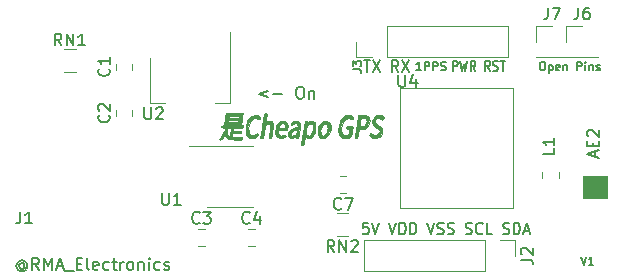
<source format=gbr>
G04 #@! TF.GenerationSoftware,KiCad,Pcbnew,5.1.5*
G04 #@! TF.CreationDate,2020-01-06T16:37:44-06:00*
G04 #@! TF.ProjectId,ATGM336H,4154474d-3333-4364-982e-6b696361645f,rev?*
G04 #@! TF.SameCoordinates,Original*
G04 #@! TF.FileFunction,Legend,Top*
G04 #@! TF.FilePolarity,Positive*
%FSLAX46Y46*%
G04 Gerber Fmt 4.6, Leading zero omitted, Abs format (unit mm)*
G04 Created by KiCad (PCBNEW 5.1.5) date 2020-01-06 16:37:44*
%MOMM*%
%LPD*%
G04 APERTURE LIST*
%ADD10C,0.150000*%
%ADD11C,0.010000*%
%ADD12C,0.120000*%
%ADD13C,0.100000*%
G04 APERTURE END LIST*
D10*
X154183333Y-74116666D02*
X154416666Y-74816666D01*
X154650000Y-74116666D01*
X155250000Y-74816666D02*
X154850000Y-74816666D01*
X155050000Y-74816666D02*
X155050000Y-74116666D01*
X154983333Y-74216666D01*
X154916666Y-74283333D01*
X154850000Y-74316666D01*
X107059523Y-74726190D02*
X107011904Y-74678571D01*
X106916666Y-74630952D01*
X106821428Y-74630952D01*
X106726190Y-74678571D01*
X106678571Y-74726190D01*
X106630952Y-74821428D01*
X106630952Y-74916666D01*
X106678571Y-75011904D01*
X106726190Y-75059523D01*
X106821428Y-75107142D01*
X106916666Y-75107142D01*
X107011904Y-75059523D01*
X107059523Y-75011904D01*
X107059523Y-74630952D02*
X107059523Y-75011904D01*
X107107142Y-75059523D01*
X107154761Y-75059523D01*
X107250000Y-75011904D01*
X107297619Y-74916666D01*
X107297619Y-74678571D01*
X107202380Y-74535714D01*
X107059523Y-74440476D01*
X106869047Y-74392857D01*
X106678571Y-74440476D01*
X106535714Y-74535714D01*
X106440476Y-74678571D01*
X106392857Y-74869047D01*
X106440476Y-75059523D01*
X106535714Y-75202380D01*
X106678571Y-75297619D01*
X106869047Y-75345238D01*
X107059523Y-75297619D01*
X107202380Y-75202380D01*
X108297619Y-75202380D02*
X107964285Y-74726190D01*
X107726190Y-75202380D02*
X107726190Y-74202380D01*
X108107142Y-74202380D01*
X108202380Y-74250000D01*
X108250000Y-74297619D01*
X108297619Y-74392857D01*
X108297619Y-74535714D01*
X108250000Y-74630952D01*
X108202380Y-74678571D01*
X108107142Y-74726190D01*
X107726190Y-74726190D01*
X108726190Y-75202380D02*
X108726190Y-74202380D01*
X109059523Y-74916666D01*
X109392857Y-74202380D01*
X109392857Y-75202380D01*
X109821428Y-74916666D02*
X110297619Y-74916666D01*
X109726190Y-75202380D02*
X110059523Y-74202380D01*
X110392857Y-75202380D01*
X110488095Y-75297619D02*
X111250000Y-75297619D01*
X111488095Y-74678571D02*
X111821428Y-74678571D01*
X111964285Y-75202380D02*
X111488095Y-75202380D01*
X111488095Y-74202380D01*
X111964285Y-74202380D01*
X112535714Y-75202380D02*
X112440476Y-75154761D01*
X112392857Y-75059523D01*
X112392857Y-74202380D01*
X113297619Y-75154761D02*
X113202380Y-75202380D01*
X113011904Y-75202380D01*
X112916666Y-75154761D01*
X112869047Y-75059523D01*
X112869047Y-74678571D01*
X112916666Y-74583333D01*
X113011904Y-74535714D01*
X113202380Y-74535714D01*
X113297619Y-74583333D01*
X113345238Y-74678571D01*
X113345238Y-74773809D01*
X112869047Y-74869047D01*
X114202380Y-75154761D02*
X114107142Y-75202380D01*
X113916666Y-75202380D01*
X113821428Y-75154761D01*
X113773809Y-75107142D01*
X113726190Y-75011904D01*
X113726190Y-74726190D01*
X113773809Y-74630952D01*
X113821428Y-74583333D01*
X113916666Y-74535714D01*
X114107142Y-74535714D01*
X114202380Y-74583333D01*
X114488095Y-74535714D02*
X114869047Y-74535714D01*
X114630952Y-74202380D02*
X114630952Y-75059523D01*
X114678571Y-75154761D01*
X114773809Y-75202380D01*
X114869047Y-75202380D01*
X115202380Y-75202380D02*
X115202380Y-74535714D01*
X115202380Y-74726190D02*
X115250000Y-74630952D01*
X115297619Y-74583333D01*
X115392857Y-74535714D01*
X115488095Y-74535714D01*
X115964285Y-75202380D02*
X115869047Y-75154761D01*
X115821428Y-75107142D01*
X115773809Y-75011904D01*
X115773809Y-74726190D01*
X115821428Y-74630952D01*
X115869047Y-74583333D01*
X115964285Y-74535714D01*
X116107142Y-74535714D01*
X116202380Y-74583333D01*
X116250000Y-74630952D01*
X116297619Y-74726190D01*
X116297619Y-75011904D01*
X116250000Y-75107142D01*
X116202380Y-75154761D01*
X116107142Y-75202380D01*
X115964285Y-75202380D01*
X116726190Y-74535714D02*
X116726190Y-75202380D01*
X116726190Y-74630952D02*
X116773809Y-74583333D01*
X116869047Y-74535714D01*
X117011904Y-74535714D01*
X117107142Y-74583333D01*
X117154761Y-74678571D01*
X117154761Y-75202380D01*
X117630952Y-75202380D02*
X117630952Y-74535714D01*
X117630952Y-74202380D02*
X117583333Y-74250000D01*
X117630952Y-74297619D01*
X117678571Y-74250000D01*
X117630952Y-74202380D01*
X117630952Y-74297619D01*
X118535714Y-75154761D02*
X118440476Y-75202380D01*
X118250000Y-75202380D01*
X118154761Y-75154761D01*
X118107142Y-75107142D01*
X118059523Y-75011904D01*
X118059523Y-74726190D01*
X118107142Y-74630952D01*
X118154761Y-74583333D01*
X118250000Y-74535714D01*
X118440476Y-74535714D01*
X118535714Y-74583333D01*
X118916666Y-75154761D02*
X119011904Y-75202380D01*
X119202380Y-75202380D01*
X119297619Y-75154761D01*
X119345238Y-75059523D01*
X119345238Y-75011904D01*
X119297619Y-74916666D01*
X119202380Y-74869047D01*
X119059523Y-74869047D01*
X118964285Y-74821428D01*
X118916666Y-74726190D01*
X118916666Y-74678571D01*
X118964285Y-74583333D01*
X119059523Y-74535714D01*
X119202380Y-74535714D01*
X119297619Y-74583333D01*
X150866666Y-57616666D02*
X151000000Y-57616666D01*
X151066666Y-57650000D01*
X151133333Y-57716666D01*
X151166666Y-57850000D01*
X151166666Y-58083333D01*
X151133333Y-58216666D01*
X151066666Y-58283333D01*
X151000000Y-58316666D01*
X150866666Y-58316666D01*
X150800000Y-58283333D01*
X150733333Y-58216666D01*
X150700000Y-58083333D01*
X150700000Y-57850000D01*
X150733333Y-57716666D01*
X150800000Y-57650000D01*
X150866666Y-57616666D01*
X151466666Y-57850000D02*
X151466666Y-58550000D01*
X151466666Y-57883333D02*
X151533333Y-57850000D01*
X151666666Y-57850000D01*
X151733333Y-57883333D01*
X151766666Y-57916666D01*
X151800000Y-57983333D01*
X151800000Y-58183333D01*
X151766666Y-58250000D01*
X151733333Y-58283333D01*
X151666666Y-58316666D01*
X151533333Y-58316666D01*
X151466666Y-58283333D01*
X152366666Y-58283333D02*
X152300000Y-58316666D01*
X152166666Y-58316666D01*
X152100000Y-58283333D01*
X152066666Y-58216666D01*
X152066666Y-57950000D01*
X152100000Y-57883333D01*
X152166666Y-57850000D01*
X152300000Y-57850000D01*
X152366666Y-57883333D01*
X152400000Y-57950000D01*
X152400000Y-58016666D01*
X152066666Y-58083333D01*
X152700000Y-57850000D02*
X152700000Y-58316666D01*
X152700000Y-57916666D02*
X152733333Y-57883333D01*
X152800000Y-57850000D01*
X152900000Y-57850000D01*
X152966666Y-57883333D01*
X153000000Y-57950000D01*
X153000000Y-58316666D01*
X153866666Y-58316666D02*
X153866666Y-57616666D01*
X154133333Y-57616666D01*
X154200000Y-57650000D01*
X154233333Y-57683333D01*
X154266666Y-57750000D01*
X154266666Y-57850000D01*
X154233333Y-57916666D01*
X154200000Y-57950000D01*
X154133333Y-57983333D01*
X153866666Y-57983333D01*
X154566666Y-58316666D02*
X154566666Y-57850000D01*
X154566666Y-57616666D02*
X154533333Y-57650000D01*
X154566666Y-57683333D01*
X154600000Y-57650000D01*
X154566666Y-57616666D01*
X154566666Y-57683333D01*
X154900000Y-57850000D02*
X154900000Y-58316666D01*
X154900000Y-57916666D02*
X154933333Y-57883333D01*
X155000000Y-57850000D01*
X155100000Y-57850000D01*
X155166666Y-57883333D01*
X155200000Y-57950000D01*
X155200000Y-58316666D01*
X155500000Y-58283333D02*
X155566666Y-58316666D01*
X155700000Y-58316666D01*
X155766666Y-58283333D01*
X155800000Y-58216666D01*
X155800000Y-58183333D01*
X155766666Y-58116666D01*
X155700000Y-58083333D01*
X155600000Y-58083333D01*
X155533333Y-58050000D01*
X155500000Y-57983333D01*
X155500000Y-57950000D01*
X155533333Y-57883333D01*
X155600000Y-57850000D01*
X155700000Y-57850000D01*
X155766666Y-57883333D01*
X143350000Y-58407142D02*
X143350000Y-57507142D01*
X143616666Y-57507142D01*
X143683333Y-57550000D01*
X143716666Y-57592857D01*
X143750000Y-57678571D01*
X143750000Y-57807142D01*
X143716666Y-57892857D01*
X143683333Y-57935714D01*
X143616666Y-57978571D01*
X143350000Y-57978571D01*
X143983333Y-57507142D02*
X144150000Y-58407142D01*
X144283333Y-57764285D01*
X144416666Y-58407142D01*
X144583333Y-57507142D01*
X145250000Y-58407142D02*
X145016666Y-57978571D01*
X144850000Y-58407142D02*
X144850000Y-57507142D01*
X145116666Y-57507142D01*
X145183333Y-57550000D01*
X145216666Y-57592857D01*
X145250000Y-57678571D01*
X145250000Y-57807142D01*
X145216666Y-57892857D01*
X145183333Y-57935714D01*
X145116666Y-57978571D01*
X144850000Y-57978571D01*
X146483333Y-58407142D02*
X146250000Y-57978571D01*
X146083333Y-58407142D02*
X146083333Y-57507142D01*
X146350000Y-57507142D01*
X146416666Y-57550000D01*
X146450000Y-57592857D01*
X146483333Y-57678571D01*
X146483333Y-57807142D01*
X146450000Y-57892857D01*
X146416666Y-57935714D01*
X146350000Y-57978571D01*
X146083333Y-57978571D01*
X146750000Y-58364285D02*
X146850000Y-58407142D01*
X147016666Y-58407142D01*
X147083333Y-58364285D01*
X147116666Y-58321428D01*
X147150000Y-58235714D01*
X147150000Y-58150000D01*
X147116666Y-58064285D01*
X147083333Y-58021428D01*
X147016666Y-57978571D01*
X146883333Y-57935714D01*
X146816666Y-57892857D01*
X146783333Y-57850000D01*
X146750000Y-57764285D01*
X146750000Y-57678571D01*
X146783333Y-57592857D01*
X146816666Y-57550000D01*
X146883333Y-57507142D01*
X147050000Y-57507142D01*
X147150000Y-57550000D01*
X147350000Y-57507142D02*
X147750000Y-57507142D01*
X147550000Y-58407142D02*
X147550000Y-57507142D01*
X140666666Y-58316666D02*
X140266666Y-58316666D01*
X140466666Y-58316666D02*
X140466666Y-57616666D01*
X140400000Y-57716666D01*
X140333333Y-57783333D01*
X140266666Y-57816666D01*
X140966666Y-58316666D02*
X140966666Y-57616666D01*
X141233333Y-57616666D01*
X141300000Y-57650000D01*
X141333333Y-57683333D01*
X141366666Y-57750000D01*
X141366666Y-57850000D01*
X141333333Y-57916666D01*
X141300000Y-57950000D01*
X141233333Y-57983333D01*
X140966666Y-57983333D01*
X141666666Y-58316666D02*
X141666666Y-57616666D01*
X141933333Y-57616666D01*
X142000000Y-57650000D01*
X142033333Y-57683333D01*
X142066666Y-57750000D01*
X142066666Y-57850000D01*
X142033333Y-57916666D01*
X142000000Y-57950000D01*
X141933333Y-57983333D01*
X141666666Y-57983333D01*
X142333333Y-58283333D02*
X142433333Y-58316666D01*
X142600000Y-58316666D01*
X142666666Y-58283333D01*
X142700000Y-58250000D01*
X142733333Y-58183333D01*
X142733333Y-58116666D01*
X142700000Y-58050000D01*
X142666666Y-58016666D01*
X142600000Y-57983333D01*
X142466666Y-57950000D01*
X142400000Y-57916666D01*
X142366666Y-57883333D01*
X142333333Y-57816666D01*
X142333333Y-57750000D01*
X142366666Y-57683333D01*
X142400000Y-57650000D01*
X142466666Y-57616666D01*
X142633333Y-57616666D01*
X142733333Y-57650000D01*
X135842857Y-57452380D02*
X136357142Y-57452380D01*
X136100000Y-58452380D02*
X136100000Y-57452380D01*
X136571428Y-57452380D02*
X137171428Y-58452380D01*
X137171428Y-57452380D02*
X136571428Y-58452380D01*
X138714285Y-58452380D02*
X138414285Y-57976190D01*
X138200000Y-58452380D02*
X138200000Y-57452380D01*
X138542857Y-57452380D01*
X138628571Y-57500000D01*
X138671428Y-57547619D01*
X138714285Y-57642857D01*
X138714285Y-57785714D01*
X138671428Y-57880952D01*
X138628571Y-57928571D01*
X138542857Y-57976190D01*
X138200000Y-57976190D01*
X139014285Y-57452380D02*
X139614285Y-58452380D01*
X139614285Y-57452380D02*
X139014285Y-58452380D01*
X136171428Y-71202380D02*
X135742857Y-71202380D01*
X135700000Y-71678571D01*
X135742857Y-71630952D01*
X135828571Y-71583333D01*
X136042857Y-71583333D01*
X136128571Y-71630952D01*
X136171428Y-71678571D01*
X136214285Y-71773809D01*
X136214285Y-72011904D01*
X136171428Y-72107142D01*
X136128571Y-72154761D01*
X136042857Y-72202380D01*
X135828571Y-72202380D01*
X135742857Y-72154761D01*
X135700000Y-72107142D01*
X136471428Y-71202380D02*
X136771428Y-72202380D01*
X137071428Y-71202380D01*
X137928571Y-71202380D02*
X138228571Y-72202380D01*
X138528571Y-71202380D01*
X138828571Y-72202380D02*
X138828571Y-71202380D01*
X139042857Y-71202380D01*
X139171428Y-71250000D01*
X139257142Y-71345238D01*
X139300000Y-71440476D01*
X139342857Y-71630952D01*
X139342857Y-71773809D01*
X139300000Y-71964285D01*
X139257142Y-72059523D01*
X139171428Y-72154761D01*
X139042857Y-72202380D01*
X138828571Y-72202380D01*
X139728571Y-72202380D02*
X139728571Y-71202380D01*
X139942857Y-71202380D01*
X140071428Y-71250000D01*
X140157142Y-71345238D01*
X140200000Y-71440476D01*
X140242857Y-71630952D01*
X140242857Y-71773809D01*
X140200000Y-71964285D01*
X140157142Y-72059523D01*
X140071428Y-72154761D01*
X139942857Y-72202380D01*
X139728571Y-72202380D01*
X141185714Y-71202380D02*
X141485714Y-72202380D01*
X141785714Y-71202380D01*
X142042857Y-72154761D02*
X142171428Y-72202380D01*
X142385714Y-72202380D01*
X142471428Y-72154761D01*
X142514285Y-72107142D01*
X142557142Y-72011904D01*
X142557142Y-71916666D01*
X142514285Y-71821428D01*
X142471428Y-71773809D01*
X142385714Y-71726190D01*
X142214285Y-71678571D01*
X142128571Y-71630952D01*
X142085714Y-71583333D01*
X142042857Y-71488095D01*
X142042857Y-71392857D01*
X142085714Y-71297619D01*
X142128571Y-71250000D01*
X142214285Y-71202380D01*
X142428571Y-71202380D01*
X142557142Y-71250000D01*
X142900000Y-72154761D02*
X143028571Y-72202380D01*
X143242857Y-72202380D01*
X143328571Y-72154761D01*
X143371428Y-72107142D01*
X143414285Y-72011904D01*
X143414285Y-71916666D01*
X143371428Y-71821428D01*
X143328571Y-71773809D01*
X143242857Y-71726190D01*
X143071428Y-71678571D01*
X142985714Y-71630952D01*
X142942857Y-71583333D01*
X142900000Y-71488095D01*
X142900000Y-71392857D01*
X142942857Y-71297619D01*
X142985714Y-71250000D01*
X143071428Y-71202380D01*
X143285714Y-71202380D01*
X143414285Y-71250000D01*
X144442857Y-72154761D02*
X144571428Y-72202380D01*
X144785714Y-72202380D01*
X144871428Y-72154761D01*
X144914285Y-72107142D01*
X144957142Y-72011904D01*
X144957142Y-71916666D01*
X144914285Y-71821428D01*
X144871428Y-71773809D01*
X144785714Y-71726190D01*
X144614285Y-71678571D01*
X144528571Y-71630952D01*
X144485714Y-71583333D01*
X144442857Y-71488095D01*
X144442857Y-71392857D01*
X144485714Y-71297619D01*
X144528571Y-71250000D01*
X144614285Y-71202380D01*
X144828571Y-71202380D01*
X144957142Y-71250000D01*
X145857142Y-72107142D02*
X145814285Y-72154761D01*
X145685714Y-72202380D01*
X145600000Y-72202380D01*
X145471428Y-72154761D01*
X145385714Y-72059523D01*
X145342857Y-71964285D01*
X145300000Y-71773809D01*
X145300000Y-71630952D01*
X145342857Y-71440476D01*
X145385714Y-71345238D01*
X145471428Y-71250000D01*
X145600000Y-71202380D01*
X145685714Y-71202380D01*
X145814285Y-71250000D01*
X145857142Y-71297619D01*
X146671428Y-72202380D02*
X146242857Y-72202380D01*
X146242857Y-71202380D01*
X147614285Y-72154761D02*
X147742857Y-72202380D01*
X147957142Y-72202380D01*
X148042857Y-72154761D01*
X148085714Y-72107142D01*
X148128571Y-72011904D01*
X148128571Y-71916666D01*
X148085714Y-71821428D01*
X148042857Y-71773809D01*
X147957142Y-71726190D01*
X147785714Y-71678571D01*
X147700000Y-71630952D01*
X147657142Y-71583333D01*
X147614285Y-71488095D01*
X147614285Y-71392857D01*
X147657142Y-71297619D01*
X147700000Y-71250000D01*
X147785714Y-71202380D01*
X148000000Y-71202380D01*
X148128571Y-71250000D01*
X148514285Y-72202380D02*
X148514285Y-71202380D01*
X148728571Y-71202380D01*
X148857142Y-71250000D01*
X148942857Y-71345238D01*
X148985714Y-71440476D01*
X149028571Y-71630952D01*
X149028571Y-71773809D01*
X148985714Y-71964285D01*
X148942857Y-72059523D01*
X148857142Y-72154761D01*
X148728571Y-72202380D01*
X148514285Y-72202380D01*
X149371428Y-71916666D02*
X149800000Y-71916666D01*
X149285714Y-72202380D02*
X149585714Y-71202380D01*
X149885714Y-72202380D01*
D11*
G36*
X125526671Y-62116542D02*
G01*
X125503773Y-62261180D01*
X125474675Y-62441441D01*
X125454929Y-62562084D01*
X125411308Y-62826667D01*
X123996522Y-62826667D01*
X124035442Y-62572667D01*
X124234666Y-62572667D01*
X124239650Y-62608407D01*
X124263956Y-62632375D01*
X124321615Y-62646910D01*
X124426656Y-62654350D01*
X124593111Y-62657033D01*
X124742666Y-62657334D01*
X124957107Y-62656503D01*
X125100917Y-62652452D01*
X125188125Y-62642842D01*
X125232763Y-62625335D01*
X125248861Y-62597593D01*
X125250666Y-62572667D01*
X125245682Y-62536927D01*
X125221376Y-62512958D01*
X125163718Y-62498424D01*
X125058676Y-62490984D01*
X124892222Y-62488301D01*
X124742666Y-62488000D01*
X124528225Y-62488831D01*
X124384416Y-62492882D01*
X124297207Y-62502492D01*
X124252569Y-62519998D01*
X124236471Y-62547741D01*
X124234666Y-62572667D01*
X124035442Y-62572667D01*
X124063011Y-62392750D01*
X124087336Y-62234000D01*
X124277000Y-62234000D01*
X124281984Y-62269740D01*
X124306290Y-62293709D01*
X124363948Y-62308243D01*
X124468989Y-62315683D01*
X124635444Y-62318366D01*
X124785000Y-62318667D01*
X124981115Y-62317287D01*
X125142056Y-62313526D01*
X125251462Y-62307955D01*
X125292973Y-62301144D01*
X125293000Y-62300963D01*
X125306169Y-62251200D01*
X125318695Y-62216296D01*
X125320510Y-62188443D01*
X125292407Y-62169481D01*
X125221882Y-62157764D01*
X125096433Y-62151642D01*
X124903555Y-62149468D01*
X124810695Y-62149334D01*
X124589998Y-62150093D01*
X124440267Y-62153819D01*
X124347806Y-62162686D01*
X124298917Y-62178865D01*
X124279904Y-62204530D01*
X124277000Y-62234000D01*
X124087336Y-62234000D01*
X124129500Y-61958834D01*
X124842146Y-61947209D01*
X125554793Y-61935584D01*
X125526671Y-62116542D01*
G37*
X125526671Y-62116542D02*
X125503773Y-62261180D01*
X125474675Y-62441441D01*
X125454929Y-62562084D01*
X125411308Y-62826667D01*
X123996522Y-62826667D01*
X124035442Y-62572667D01*
X124234666Y-62572667D01*
X124239650Y-62608407D01*
X124263956Y-62632375D01*
X124321615Y-62646910D01*
X124426656Y-62654350D01*
X124593111Y-62657033D01*
X124742666Y-62657334D01*
X124957107Y-62656503D01*
X125100917Y-62652452D01*
X125188125Y-62642842D01*
X125232763Y-62625335D01*
X125248861Y-62597593D01*
X125250666Y-62572667D01*
X125245682Y-62536927D01*
X125221376Y-62512958D01*
X125163718Y-62498424D01*
X125058676Y-62490984D01*
X124892222Y-62488301D01*
X124742666Y-62488000D01*
X124528225Y-62488831D01*
X124384416Y-62492882D01*
X124297207Y-62502492D01*
X124252569Y-62519998D01*
X124236471Y-62547741D01*
X124234666Y-62572667D01*
X124035442Y-62572667D01*
X124063011Y-62392750D01*
X124087336Y-62234000D01*
X124277000Y-62234000D01*
X124281984Y-62269740D01*
X124306290Y-62293709D01*
X124363948Y-62308243D01*
X124468989Y-62315683D01*
X124635444Y-62318366D01*
X124785000Y-62318667D01*
X124981115Y-62317287D01*
X125142056Y-62313526D01*
X125251462Y-62307955D01*
X125292973Y-62301144D01*
X125293000Y-62300963D01*
X125306169Y-62251200D01*
X125318695Y-62216296D01*
X125320510Y-62188443D01*
X125292407Y-62169481D01*
X125221882Y-62157764D01*
X125096433Y-62151642D01*
X124903555Y-62149468D01*
X124810695Y-62149334D01*
X124589998Y-62150093D01*
X124440267Y-62153819D01*
X124347806Y-62162686D01*
X124298917Y-62178865D01*
X124279904Y-62204530D01*
X124277000Y-62234000D01*
X124087336Y-62234000D01*
X124129500Y-61958834D01*
X124842146Y-61947209D01*
X125554793Y-61935584D01*
X125526671Y-62116542D01*
G36*
X137289353Y-62121029D02*
G01*
X137431895Y-62219381D01*
X137538664Y-62326150D01*
X137367359Y-62497455D01*
X137239084Y-62402617D01*
X137096820Y-62338789D01*
X136959032Y-62345032D01*
X136845738Y-62412227D01*
X136776952Y-62531257D01*
X136765333Y-62618426D01*
X136782393Y-62710144D01*
X136845613Y-62789526D01*
X136938273Y-62858819D01*
X137125201Y-62988340D01*
X137250790Y-63089446D01*
X137326671Y-63176663D01*
X137364474Y-63264519D01*
X137375829Y-63367542D01*
X137375789Y-63405334D01*
X137337909Y-63647338D01*
X137237709Y-63839680D01*
X137082254Y-63974854D01*
X136878607Y-64045354D01*
X136765333Y-64054017D01*
X136574050Y-64027038D01*
X136435828Y-63969266D01*
X136312426Y-63873992D01*
X136269824Y-63784101D01*
X136305140Y-63692122D01*
X136321357Y-63672755D01*
X136373200Y-63622554D01*
X136417771Y-63619311D01*
X136485519Y-63666505D01*
X136520239Y-63695498D01*
X136684337Y-63792147D01*
X136844843Y-63808452D01*
X136992007Y-63744516D01*
X137051083Y-63689814D01*
X137131038Y-63568368D01*
X137140195Y-63453390D01*
X137075372Y-63337823D01*
X136933386Y-63214606D01*
X136797051Y-63126376D01*
X136634900Y-63005941D01*
X136544157Y-62872930D01*
X136511923Y-62706979D01*
X136511333Y-62675341D01*
X136545943Y-62477222D01*
X136639375Y-62311096D01*
X136776030Y-62184687D01*
X136940310Y-62105723D01*
X137116617Y-62081928D01*
X137289353Y-62121029D01*
G37*
X137289353Y-62121029D02*
X137431895Y-62219381D01*
X137538664Y-62326150D01*
X137367359Y-62497455D01*
X137239084Y-62402617D01*
X137096820Y-62338789D01*
X136959032Y-62345032D01*
X136845738Y-62412227D01*
X136776952Y-62531257D01*
X136765333Y-62618426D01*
X136782393Y-62710144D01*
X136845613Y-62789526D01*
X136938273Y-62858819D01*
X137125201Y-62988340D01*
X137250790Y-63089446D01*
X137326671Y-63176663D01*
X137364474Y-63264519D01*
X137375829Y-63367542D01*
X137375789Y-63405334D01*
X137337909Y-63647338D01*
X137237709Y-63839680D01*
X137082254Y-63974854D01*
X136878607Y-64045354D01*
X136765333Y-64054017D01*
X136574050Y-64027038D01*
X136435828Y-63969266D01*
X136312426Y-63873992D01*
X136269824Y-63784101D01*
X136305140Y-63692122D01*
X136321357Y-63672755D01*
X136373200Y-63622554D01*
X136417771Y-63619311D01*
X136485519Y-63666505D01*
X136520239Y-63695498D01*
X136684337Y-63792147D01*
X136844843Y-63808452D01*
X136992007Y-63744516D01*
X137051083Y-63689814D01*
X137131038Y-63568368D01*
X137140195Y-63453390D01*
X137075372Y-63337823D01*
X136933386Y-63214606D01*
X136797051Y-63126376D01*
X136634900Y-63005941D01*
X136544157Y-62872930D01*
X136511923Y-62706979D01*
X136511333Y-62675341D01*
X136545943Y-62477222D01*
X136639375Y-62311096D01*
X136776030Y-62184687D01*
X136940310Y-62105723D01*
X137116617Y-62081928D01*
X137289353Y-62121029D01*
G36*
X135897028Y-62124496D02*
G01*
X136091758Y-62179347D01*
X136219763Y-62275096D01*
X136286494Y-62415288D01*
X136299666Y-62542400D01*
X136263832Y-62799978D01*
X136161323Y-63011348D01*
X135999632Y-63168852D01*
X135786252Y-63264833D01*
X135565893Y-63292334D01*
X135379734Y-63292334D01*
X135321117Y-63662750D01*
X135291896Y-63839571D01*
X135267262Y-63949531D01*
X135239268Y-64009505D01*
X135199967Y-64036366D01*
X135141416Y-64046989D01*
X135140114Y-64047138D01*
X135055094Y-64049353D01*
X135031370Y-64012303D01*
X135041299Y-63941305D01*
X135055037Y-63863786D01*
X135079611Y-63717418D01*
X135112595Y-63516974D01*
X135151560Y-63277227D01*
X135189994Y-63038334D01*
X135421597Y-63038334D01*
X135629820Y-63038334D01*
X135773877Y-63028488D01*
X135870104Y-62990740D01*
X135937223Y-62931315D01*
X136028032Y-62784017D01*
X136058767Y-62619483D01*
X136026871Y-62476406D01*
X135980400Y-62417012D01*
X135899909Y-62384730D01*
X135761206Y-62369452D01*
X135632856Y-62364440D01*
X135565159Y-62377059D01*
X135534261Y-62419757D01*
X135517804Y-62496452D01*
X135494762Y-62627121D01*
X135466618Y-62785777D01*
X135457452Y-62837250D01*
X135421597Y-63038334D01*
X135189994Y-63038334D01*
X135194078Y-63012950D01*
X135201868Y-62964250D01*
X135338864Y-62107000D01*
X135630125Y-62107000D01*
X135897028Y-62124496D01*
G37*
X135897028Y-62124496D02*
X136091758Y-62179347D01*
X136219763Y-62275096D01*
X136286494Y-62415288D01*
X136299666Y-62542400D01*
X136263832Y-62799978D01*
X136161323Y-63011348D01*
X135999632Y-63168852D01*
X135786252Y-63264833D01*
X135565893Y-63292334D01*
X135379734Y-63292334D01*
X135321117Y-63662750D01*
X135291896Y-63839571D01*
X135267262Y-63949531D01*
X135239268Y-64009505D01*
X135199967Y-64036366D01*
X135141416Y-64046989D01*
X135140114Y-64047138D01*
X135055094Y-64049353D01*
X135031370Y-64012303D01*
X135041299Y-63941305D01*
X135055037Y-63863786D01*
X135079611Y-63717418D01*
X135112595Y-63516974D01*
X135151560Y-63277227D01*
X135189994Y-63038334D01*
X135421597Y-63038334D01*
X135629820Y-63038334D01*
X135773877Y-63028488D01*
X135870104Y-62990740D01*
X135937223Y-62931315D01*
X136028032Y-62784017D01*
X136058767Y-62619483D01*
X136026871Y-62476406D01*
X135980400Y-62417012D01*
X135899909Y-62384730D01*
X135761206Y-62369452D01*
X135632856Y-62364440D01*
X135565159Y-62377059D01*
X135534261Y-62419757D01*
X135517804Y-62496452D01*
X135494762Y-62627121D01*
X135466618Y-62785777D01*
X135457452Y-62837250D01*
X135421597Y-63038334D01*
X135189994Y-63038334D01*
X135194078Y-63012950D01*
X135201868Y-62964250D01*
X135338864Y-62107000D01*
X135630125Y-62107000D01*
X135897028Y-62124496D01*
G36*
X134733274Y-62119271D02*
G01*
X134845446Y-62186377D01*
X134916060Y-62271471D01*
X134930314Y-62362947D01*
X134889208Y-62434934D01*
X134837574Y-62472621D01*
X134782900Y-62461184D01*
X134709815Y-62409047D01*
X134574906Y-62333872D01*
X134439346Y-62331209D01*
X134281619Y-62400839D01*
X134275399Y-62404603D01*
X134147474Y-62524507D01*
X134037081Y-62705383D01*
X133952298Y-62924068D01*
X133901205Y-63157398D01*
X133891881Y-63382207D01*
X133903046Y-63472205D01*
X133968891Y-63647962D01*
X134085596Y-63758772D01*
X134248271Y-63800153D01*
X134261224Y-63800334D01*
X134410155Y-63782563D01*
X134505767Y-63719772D01*
X134562106Y-63597744D01*
X134585336Y-63472250D01*
X134614278Y-63250000D01*
X134462139Y-63250000D01*
X134360232Y-63242571D01*
X134317787Y-63208825D01*
X134310000Y-63144167D01*
X134314825Y-63087275D01*
X134342052Y-63055588D01*
X134410809Y-63041746D01*
X134540225Y-63038395D01*
X134585166Y-63038334D01*
X134750786Y-63044724D01*
X134839676Y-63064796D01*
X134860275Y-63091250D01*
X134852791Y-63165994D01*
X134833375Y-63293428D01*
X134806445Y-63449587D01*
X134776423Y-63610506D01*
X134747727Y-63752219D01*
X134724777Y-63850763D01*
X134714621Y-63881029D01*
X134624707Y-63957218D01*
X134478592Y-64011971D01*
X134302862Y-64041600D01*
X134124102Y-64042417D01*
X133968897Y-64010735D01*
X133923982Y-63990703D01*
X133798610Y-63876849D01*
X133709348Y-63699114D01*
X133662677Y-63472933D01*
X133657297Y-63355834D01*
X133686347Y-63013249D01*
X133769331Y-62711070D01*
X133901071Y-62457666D01*
X134076387Y-62261407D01*
X134290100Y-62130663D01*
X134443467Y-62085449D01*
X134594347Y-62081760D01*
X134733274Y-62119271D01*
G37*
X134733274Y-62119271D02*
X134845446Y-62186377D01*
X134916060Y-62271471D01*
X134930314Y-62362947D01*
X134889208Y-62434934D01*
X134837574Y-62472621D01*
X134782900Y-62461184D01*
X134709815Y-62409047D01*
X134574906Y-62333872D01*
X134439346Y-62331209D01*
X134281619Y-62400839D01*
X134275399Y-62404603D01*
X134147474Y-62524507D01*
X134037081Y-62705383D01*
X133952298Y-62924068D01*
X133901205Y-63157398D01*
X133891881Y-63382207D01*
X133903046Y-63472205D01*
X133968891Y-63647962D01*
X134085596Y-63758772D01*
X134248271Y-63800153D01*
X134261224Y-63800334D01*
X134410155Y-63782563D01*
X134505767Y-63719772D01*
X134562106Y-63597744D01*
X134585336Y-63472250D01*
X134614278Y-63250000D01*
X134462139Y-63250000D01*
X134360232Y-63242571D01*
X134317787Y-63208825D01*
X134310000Y-63144167D01*
X134314825Y-63087275D01*
X134342052Y-63055588D01*
X134410809Y-63041746D01*
X134540225Y-63038395D01*
X134585166Y-63038334D01*
X134750786Y-63044724D01*
X134839676Y-63064796D01*
X134860275Y-63091250D01*
X134852791Y-63165994D01*
X134833375Y-63293428D01*
X134806445Y-63449587D01*
X134776423Y-63610506D01*
X134747727Y-63752219D01*
X134724777Y-63850763D01*
X134714621Y-63881029D01*
X134624707Y-63957218D01*
X134478592Y-64011971D01*
X134302862Y-64041600D01*
X134124102Y-64042417D01*
X133968897Y-64010735D01*
X133923982Y-63990703D01*
X133798610Y-63876849D01*
X133709348Y-63699114D01*
X133662677Y-63472933D01*
X133657297Y-63355834D01*
X133686347Y-63013249D01*
X133769331Y-62711070D01*
X133901071Y-62457666D01*
X134076387Y-62261407D01*
X134290100Y-62130663D01*
X134443467Y-62085449D01*
X134594347Y-62081760D01*
X134733274Y-62119271D01*
G36*
X132669754Y-62594284D02*
G01*
X132817610Y-62682785D01*
X132828476Y-62693297D01*
X132938371Y-62856379D01*
X132989735Y-63052857D01*
X132988426Y-63266925D01*
X132940300Y-63482773D01*
X132851216Y-63684592D01*
X132727031Y-63856574D01*
X132573602Y-63982911D01*
X132396786Y-64047793D01*
X132324656Y-64053046D01*
X132200229Y-64040429D01*
X132103345Y-64011482D01*
X132098082Y-64008609D01*
X132001831Y-63908097D01*
X131934236Y-63748435D01*
X131899039Y-63551390D01*
X131899673Y-63407780D01*
X132137642Y-63407780D01*
X132141284Y-63580262D01*
X132184753Y-63717785D01*
X132210477Y-63753398D01*
X132282164Y-63821896D01*
X132346621Y-63837122D01*
X132441089Y-63804973D01*
X132465883Y-63793823D01*
X132572882Y-63704510D01*
X132662124Y-63554919D01*
X132722676Y-63369163D01*
X132743666Y-63181226D01*
X132723117Y-62987983D01*
X132660924Y-62868072D01*
X132556269Y-62820649D01*
X132414873Y-62842612D01*
X132312440Y-62917755D01*
X132228542Y-63052809D01*
X132168502Y-63224056D01*
X132137642Y-63407780D01*
X131899673Y-63407780D01*
X131899978Y-63338726D01*
X131940794Y-63132213D01*
X131945179Y-63118734D01*
X132045699Y-62905355D01*
X132181147Y-62740089D01*
X132338792Y-62629068D01*
X132505905Y-62578422D01*
X132669754Y-62594284D01*
G37*
X132669754Y-62594284D02*
X132817610Y-62682785D01*
X132828476Y-62693297D01*
X132938371Y-62856379D01*
X132989735Y-63052857D01*
X132988426Y-63266925D01*
X132940300Y-63482773D01*
X132851216Y-63684592D01*
X132727031Y-63856574D01*
X132573602Y-63982911D01*
X132396786Y-64047793D01*
X132324656Y-64053046D01*
X132200229Y-64040429D01*
X132103345Y-64011482D01*
X132098082Y-64008609D01*
X132001831Y-63908097D01*
X131934236Y-63748435D01*
X131899039Y-63551390D01*
X131899673Y-63407780D01*
X132137642Y-63407780D01*
X132141284Y-63580262D01*
X132184753Y-63717785D01*
X132210477Y-63753398D01*
X132282164Y-63821896D01*
X132346621Y-63837122D01*
X132441089Y-63804973D01*
X132465883Y-63793823D01*
X132572882Y-63704510D01*
X132662124Y-63554919D01*
X132722676Y-63369163D01*
X132743666Y-63181226D01*
X132723117Y-62987983D01*
X132660924Y-62868072D01*
X132556269Y-62820649D01*
X132414873Y-62842612D01*
X132312440Y-62917755D01*
X132228542Y-63052809D01*
X132168502Y-63224056D01*
X132137642Y-63407780D01*
X131899673Y-63407780D01*
X131899978Y-63338726D01*
X131940794Y-63132213D01*
X131945179Y-63118734D01*
X132045699Y-62905355D01*
X132181147Y-62740089D01*
X132338792Y-62629068D01*
X132505905Y-62578422D01*
X132669754Y-62594284D01*
G36*
X130184829Y-62587124D02*
G01*
X130313353Y-62666707D01*
X130391105Y-62810384D01*
X130412702Y-62991126D01*
X130404205Y-63119525D01*
X130383616Y-63301108D01*
X130354576Y-63505865D01*
X130337635Y-63609834D01*
X130302790Y-63803273D01*
X130273990Y-63928325D01*
X130245346Y-64000422D01*
X130210968Y-64034997D01*
X130170933Y-64046694D01*
X130093016Y-64035447D01*
X130076666Y-63993778D01*
X130059665Y-63936627D01*
X130003040Y-63944622D01*
X129930992Y-63992180D01*
X129807426Y-64045878D01*
X129664099Y-64053660D01*
X129534947Y-64017853D01*
X129465233Y-63960247D01*
X129406426Y-63805432D01*
X129410484Y-63736082D01*
X129629780Y-63736082D01*
X129653365Y-63779205D01*
X129748960Y-63837408D01*
X129873087Y-63815950D01*
X129950830Y-63772038D01*
X130030410Y-63717859D01*
X130071460Y-63689049D01*
X130088332Y-63643595D01*
X130111148Y-63544964D01*
X130118693Y-63505678D01*
X130133999Y-63396731D01*
X130121860Y-63347297D01*
X130075412Y-63334765D01*
X130066796Y-63334667D01*
X129926305Y-63361522D01*
X129797293Y-63431290D01*
X129694825Y-63527771D01*
X129633966Y-63634768D01*
X129629780Y-63736082D01*
X129410484Y-63736082D01*
X129417274Y-63620081D01*
X129466768Y-63480519D01*
X129567692Y-63353278D01*
X129730997Y-63242972D01*
X129934487Y-63162647D01*
X130052035Y-63136529D01*
X130167024Y-63095732D01*
X130203908Y-63022866D01*
X130162893Y-62917190D01*
X130126882Y-62868222D01*
X130050098Y-62773398D01*
X129849799Y-62862000D01*
X129729202Y-62911146D01*
X129663191Y-62923354D01*
X129631389Y-62901045D01*
X129625720Y-62888634D01*
X129622445Y-62779529D01*
X129701725Y-62686530D01*
X129799545Y-62634255D01*
X130011552Y-62575139D01*
X130184829Y-62587124D01*
G37*
X130184829Y-62587124D02*
X130313353Y-62666707D01*
X130391105Y-62810384D01*
X130412702Y-62991126D01*
X130404205Y-63119525D01*
X130383616Y-63301108D01*
X130354576Y-63505865D01*
X130337635Y-63609834D01*
X130302790Y-63803273D01*
X130273990Y-63928325D01*
X130245346Y-64000422D01*
X130210968Y-64034997D01*
X130170933Y-64046694D01*
X130093016Y-64035447D01*
X130076666Y-63993778D01*
X130059665Y-63936627D01*
X130003040Y-63944622D01*
X129930992Y-63992180D01*
X129807426Y-64045878D01*
X129664099Y-64053660D01*
X129534947Y-64017853D01*
X129465233Y-63960247D01*
X129406426Y-63805432D01*
X129410484Y-63736082D01*
X129629780Y-63736082D01*
X129653365Y-63779205D01*
X129748960Y-63837408D01*
X129873087Y-63815950D01*
X129950830Y-63772038D01*
X130030410Y-63717859D01*
X130071460Y-63689049D01*
X130088332Y-63643595D01*
X130111148Y-63544964D01*
X130118693Y-63505678D01*
X130133999Y-63396731D01*
X130121860Y-63347297D01*
X130075412Y-63334765D01*
X130066796Y-63334667D01*
X129926305Y-63361522D01*
X129797293Y-63431290D01*
X129694825Y-63527771D01*
X129633966Y-63634768D01*
X129629780Y-63736082D01*
X129410484Y-63736082D01*
X129417274Y-63620081D01*
X129466768Y-63480519D01*
X129567692Y-63353278D01*
X129730997Y-63242972D01*
X129934487Y-63162647D01*
X130052035Y-63136529D01*
X130167024Y-63095732D01*
X130203908Y-63022866D01*
X130162893Y-62917190D01*
X130126882Y-62868222D01*
X130050098Y-62773398D01*
X129849799Y-62862000D01*
X129729202Y-62911146D01*
X129663191Y-62923354D01*
X129631389Y-62901045D01*
X129625720Y-62888634D01*
X129622445Y-62779529D01*
X129701725Y-62686530D01*
X129799545Y-62634255D01*
X130011552Y-62575139D01*
X130184829Y-62587124D01*
G36*
X129131861Y-62606661D02*
G01*
X129247981Y-62705779D01*
X129325859Y-62857791D01*
X129355122Y-63054772D01*
X129339070Y-63226468D01*
X129310830Y-63377000D01*
X128552666Y-63377000D01*
X128552666Y-63517184D01*
X128582302Y-63653790D01*
X128657859Y-63768312D01*
X128759313Y-63835055D01*
X128806323Y-63842667D01*
X128905477Y-63825294D01*
X128998206Y-63792157D01*
X129085335Y-63763326D01*
X129134586Y-63784687D01*
X129147716Y-63802740D01*
X129181955Y-63876606D01*
X129159983Y-63929366D01*
X129070602Y-63985674D01*
X129062768Y-63989746D01*
X128885538Y-64045559D01*
X128699132Y-64046679D01*
X128536527Y-63994407D01*
X128495896Y-63967397D01*
X128383733Y-63827055D01*
X128325773Y-63632062D01*
X128325135Y-63395289D01*
X128337431Y-63313423D01*
X128384574Y-63126248D01*
X128595000Y-63126248D01*
X128633609Y-63146152D01*
X128734630Y-63160230D01*
X128870166Y-63165334D01*
X129017968Y-63163868D01*
X129100277Y-63153879D01*
X129136264Y-63126972D01*
X129145104Y-63074758D01*
X129145333Y-63044895D01*
X129115241Y-62922206D01*
X129039533Y-62832664D01*
X128940064Y-62797408D01*
X128896226Y-62803947D01*
X128818645Y-62850959D01*
X128726735Y-62934931D01*
X128645142Y-63029491D01*
X128598513Y-63108268D01*
X128595000Y-63126248D01*
X128384574Y-63126248D01*
X128396365Y-63079435D01*
X128483124Y-62900270D01*
X128612953Y-62747022D01*
X128657810Y-62705951D01*
X128826401Y-62598820D01*
X128987876Y-62568366D01*
X129131861Y-62606661D01*
G37*
X129131861Y-62606661D02*
X129247981Y-62705779D01*
X129325859Y-62857791D01*
X129355122Y-63054772D01*
X129339070Y-63226468D01*
X129310830Y-63377000D01*
X128552666Y-63377000D01*
X128552666Y-63517184D01*
X128582302Y-63653790D01*
X128657859Y-63768312D01*
X128759313Y-63835055D01*
X128806323Y-63842667D01*
X128905477Y-63825294D01*
X128998206Y-63792157D01*
X129085335Y-63763326D01*
X129134586Y-63784687D01*
X129147716Y-63802740D01*
X129181955Y-63876606D01*
X129159983Y-63929366D01*
X129070602Y-63985674D01*
X129062768Y-63989746D01*
X128885538Y-64045559D01*
X128699132Y-64046679D01*
X128536527Y-63994407D01*
X128495896Y-63967397D01*
X128383733Y-63827055D01*
X128325773Y-63632062D01*
X128325135Y-63395289D01*
X128337431Y-63313423D01*
X128384574Y-63126248D01*
X128595000Y-63126248D01*
X128633609Y-63146152D01*
X128734630Y-63160230D01*
X128870166Y-63165334D01*
X129017968Y-63163868D01*
X129100277Y-63153879D01*
X129136264Y-63126972D01*
X129145104Y-63074758D01*
X129145333Y-63044895D01*
X129115241Y-62922206D01*
X129039533Y-62832664D01*
X128940064Y-62797408D01*
X128896226Y-62803947D01*
X128818645Y-62850959D01*
X128726735Y-62934931D01*
X128645142Y-63029491D01*
X128598513Y-63108268D01*
X128595000Y-63126248D01*
X128384574Y-63126248D01*
X128396365Y-63079435D01*
X128483124Y-62900270D01*
X128612953Y-62747022D01*
X128657810Y-62705951D01*
X128826401Y-62598820D01*
X128987876Y-62568366D01*
X129131861Y-62606661D01*
G36*
X127539163Y-61951774D02*
G01*
X127572150Y-62002214D01*
X127579042Y-62101167D01*
X127561229Y-62260811D01*
X127533755Y-62420869D01*
X127512859Y-62555333D01*
X127505102Y-62652821D01*
X127509850Y-62686962D01*
X127555591Y-62681222D01*
X127628015Y-62640485D01*
X127761951Y-62584352D01*
X127907209Y-62579084D01*
X128029405Y-62623916D01*
X128059272Y-62650084D01*
X128106441Y-62749774D01*
X128124940Y-62915587D01*
X128114738Y-63151486D01*
X128075804Y-63461434D01*
X128051700Y-63609834D01*
X128017993Y-63801174D01*
X127991101Y-63924613D01*
X127964152Y-63995803D01*
X127930273Y-64030396D01*
X127882591Y-64044044D01*
X127859764Y-64046955D01*
X127776616Y-64048827D01*
X127754154Y-64010866D01*
X127764508Y-63941121D01*
X127802342Y-63738185D01*
X127836941Y-63522418D01*
X127865933Y-63312706D01*
X127886944Y-63127937D01*
X127897600Y-62986999D01*
X127895528Y-62908779D01*
X127894655Y-62905523D01*
X127837174Y-62839645D01*
X127739692Y-62827532D01*
X127625565Y-62866787D01*
X127528820Y-62943084D01*
X127478803Y-63007814D01*
X127439849Y-63090645D01*
X127406741Y-63209188D01*
X127374261Y-63381053D01*
X127346972Y-63556917D01*
X127273476Y-64054334D01*
X127148218Y-64054334D01*
X127061011Y-64043916D01*
X127039148Y-64004296D01*
X127043932Y-63980250D01*
X127056339Y-63918682D01*
X127079751Y-63786201D01*
X127112033Y-63595535D01*
X127151047Y-63359412D01*
X127194656Y-63090559D01*
X127221646Y-62921917D01*
X127271490Y-62610587D01*
X127310804Y-62372953D01*
X127342184Y-62199067D01*
X127368229Y-62078984D01*
X127391537Y-62002755D01*
X127414705Y-61960435D01*
X127440330Y-61942075D01*
X127471012Y-61937730D01*
X127478694Y-61937667D01*
X127539163Y-61951774D01*
G37*
X127539163Y-61951774D02*
X127572150Y-62002214D01*
X127579042Y-62101167D01*
X127561229Y-62260811D01*
X127533755Y-62420869D01*
X127512859Y-62555333D01*
X127505102Y-62652821D01*
X127509850Y-62686962D01*
X127555591Y-62681222D01*
X127628015Y-62640485D01*
X127761951Y-62584352D01*
X127907209Y-62579084D01*
X128029405Y-62623916D01*
X128059272Y-62650084D01*
X128106441Y-62749774D01*
X128124940Y-62915587D01*
X128114738Y-63151486D01*
X128075804Y-63461434D01*
X128051700Y-63609834D01*
X128017993Y-63801174D01*
X127991101Y-63924613D01*
X127964152Y-63995803D01*
X127930273Y-64030396D01*
X127882591Y-64044044D01*
X127859764Y-64046955D01*
X127776616Y-64048827D01*
X127754154Y-64010866D01*
X127764508Y-63941121D01*
X127802342Y-63738185D01*
X127836941Y-63522418D01*
X127865933Y-63312706D01*
X127886944Y-63127937D01*
X127897600Y-62986999D01*
X127895528Y-62908779D01*
X127894655Y-62905523D01*
X127837174Y-62839645D01*
X127739692Y-62827532D01*
X127625565Y-62866787D01*
X127528820Y-62943084D01*
X127478803Y-63007814D01*
X127439849Y-63090645D01*
X127406741Y-63209188D01*
X127374261Y-63381053D01*
X127346972Y-63556917D01*
X127273476Y-64054334D01*
X127148218Y-64054334D01*
X127061011Y-64043916D01*
X127039148Y-64004296D01*
X127043932Y-63980250D01*
X127056339Y-63918682D01*
X127079751Y-63786201D01*
X127112033Y-63595535D01*
X127151047Y-63359412D01*
X127194656Y-63090559D01*
X127221646Y-62921917D01*
X127271490Y-62610587D01*
X127310804Y-62372953D01*
X127342184Y-62199067D01*
X127368229Y-62078984D01*
X127391537Y-62002755D01*
X127414705Y-61960435D01*
X127440330Y-61942075D01*
X127471012Y-61937730D01*
X127478694Y-61937667D01*
X127539163Y-61951774D01*
G36*
X126784043Y-62108246D02*
G01*
X126913269Y-62163130D01*
X126998610Y-62242038D01*
X127028073Y-62332584D01*
X126989665Y-62422379D01*
X126966472Y-62444583D01*
X126908584Y-62470056D01*
X126837364Y-62441188D01*
X126791430Y-62407433D01*
X126677075Y-62336927D01*
X126571420Y-62327590D01*
X126444757Y-62379207D01*
X126401399Y-62404603D01*
X126262284Y-62534125D01*
X126150268Y-62727214D01*
X126073492Y-62964921D01*
X126040098Y-63228295D01*
X126039606Y-63246672D01*
X126046376Y-63440473D01*
X126072678Y-63590911D01*
X126092819Y-63643085D01*
X126195276Y-63757725D01*
X126333475Y-63806061D01*
X126488837Y-63786735D01*
X126642783Y-63698385D01*
X126658697Y-63684518D01*
X126722371Y-63638694D01*
X126773040Y-63655679D01*
X126806571Y-63687095D01*
X126846029Y-63736109D01*
X126841730Y-63782124D01*
X126786145Y-63850087D01*
X126744663Y-63892208D01*
X126643246Y-63977415D01*
X126535371Y-64021228D01*
X126385993Y-64039523D01*
X126237407Y-64038279D01*
X126109534Y-64019735D01*
X126062424Y-64003618D01*
X125938991Y-63894944D01*
X125853063Y-63716757D01*
X125807636Y-63476857D01*
X125801000Y-63322728D01*
X125828084Y-62999331D01*
X125905205Y-62710806D01*
X126026165Y-62466451D01*
X126184768Y-62275561D01*
X126374816Y-62147434D01*
X126590112Y-62091364D01*
X126622926Y-62089771D01*
X126784043Y-62108246D01*
G37*
X126784043Y-62108246D02*
X126913269Y-62163130D01*
X126998610Y-62242038D01*
X127028073Y-62332584D01*
X126989665Y-62422379D01*
X126966472Y-62444583D01*
X126908584Y-62470056D01*
X126837364Y-62441188D01*
X126791430Y-62407433D01*
X126677075Y-62336927D01*
X126571420Y-62327590D01*
X126444757Y-62379207D01*
X126401399Y-62404603D01*
X126262284Y-62534125D01*
X126150268Y-62727214D01*
X126073492Y-62964921D01*
X126040098Y-63228295D01*
X126039606Y-63246672D01*
X126046376Y-63440473D01*
X126072678Y-63590911D01*
X126092819Y-63643085D01*
X126195276Y-63757725D01*
X126333475Y-63806061D01*
X126488837Y-63786735D01*
X126642783Y-63698385D01*
X126658697Y-63684518D01*
X126722371Y-63638694D01*
X126773040Y-63655679D01*
X126806571Y-63687095D01*
X126846029Y-63736109D01*
X126841730Y-63782124D01*
X126786145Y-63850087D01*
X126744663Y-63892208D01*
X126643246Y-63977415D01*
X126535371Y-64021228D01*
X126385993Y-64039523D01*
X126237407Y-64038279D01*
X126109534Y-64019735D01*
X126062424Y-64003618D01*
X125938991Y-63894944D01*
X125853063Y-63716757D01*
X125807636Y-63476857D01*
X125801000Y-63322728D01*
X125828084Y-62999331D01*
X125905205Y-62710806D01*
X126026165Y-62466451D01*
X126184768Y-62275561D01*
X126374816Y-62147434D01*
X126590112Y-62091364D01*
X126622926Y-62089771D01*
X126784043Y-62108246D01*
G36*
X124943957Y-62954732D02*
G01*
X125181851Y-62957709D01*
X125377586Y-62962272D01*
X125518426Y-62968095D01*
X125591636Y-62974851D01*
X125598840Y-62977285D01*
X125609072Y-63032685D01*
X125601344Y-63081640D01*
X125582383Y-63119595D01*
X125538548Y-63144562D01*
X125453621Y-63160046D01*
X125311386Y-63169552D01*
X125172032Y-63174439D01*
X124763833Y-63186500D01*
X124750438Y-63302917D01*
X124737042Y-63419334D01*
X125083050Y-63419334D01*
X125254019Y-63421391D01*
X125355098Y-63429616D01*
X125401008Y-63447085D01*
X125406470Y-63476876D01*
X125403362Y-63486296D01*
X125380519Y-63566947D01*
X125377666Y-63592129D01*
X125338708Y-63610289D01*
X125235274Y-63623915D01*
X125087528Y-63630662D01*
X125043529Y-63631000D01*
X124861315Y-63634874D01*
X124747657Y-63653030D01*
X124686562Y-63695270D01*
X124662038Y-63771396D01*
X124658000Y-63867296D01*
X124660973Y-63913795D01*
X124680210Y-63943526D01*
X124731182Y-63960238D01*
X124829361Y-63967680D01*
X124990220Y-63969603D01*
X125080425Y-63969667D01*
X125502851Y-63969667D01*
X125452716Y-64079702D01*
X125402580Y-64189737D01*
X124913873Y-64173376D01*
X124628514Y-64156158D01*
X124415566Y-64123779D01*
X124263542Y-64072465D01*
X124160957Y-63998445D01*
X124099937Y-63906108D01*
X124073107Y-63854308D01*
X124044365Y-63840391D01*
X123997936Y-63871599D01*
X123918044Y-63955176D01*
X123865016Y-64013977D01*
X123747111Y-64139664D01*
X123669789Y-64204213D01*
X123621304Y-64213044D01*
X123589907Y-64171578D01*
X123580488Y-64145265D01*
X123592958Y-64056869D01*
X123677887Y-63934149D01*
X123702694Y-63906279D01*
X123800368Y-63777725D01*
X123900880Y-63611294D01*
X123963893Y-63483762D01*
X124028966Y-63343319D01*
X124078555Y-63266736D01*
X124126308Y-63238372D01*
X124176118Y-63240586D01*
X124239228Y-63259237D01*
X124251988Y-63298519D01*
X124221541Y-63385418D01*
X124217215Y-63395803D01*
X124190426Y-63561576D01*
X124238508Y-63722802D01*
X124332158Y-63835744D01*
X124399683Y-63873047D01*
X124447606Y-63848246D01*
X124481682Y-63753580D01*
X124505270Y-63602209D01*
X124525397Y-63449884D01*
X124546499Y-63318939D01*
X124558161Y-63262352D01*
X124566303Y-63218521D01*
X124554541Y-63190395D01*
X124508385Y-63174490D01*
X124413346Y-63167322D01*
X124254934Y-63165408D01*
X124154589Y-63165334D01*
X123975849Y-63161759D01*
X123833740Y-63152113D01*
X123746084Y-63138016D01*
X123726666Y-63126463D01*
X123729262Y-63070657D01*
X123743923Y-63028377D01*
X123780963Y-62997745D01*
X123850693Y-62976886D01*
X123963425Y-62963925D01*
X124129474Y-62956985D01*
X124359149Y-62954191D01*
X124662765Y-62953667D01*
X124676640Y-62953667D01*
X124943957Y-62954732D01*
G37*
X124943957Y-62954732D02*
X125181851Y-62957709D01*
X125377586Y-62962272D01*
X125518426Y-62968095D01*
X125591636Y-62974851D01*
X125598840Y-62977285D01*
X125609072Y-63032685D01*
X125601344Y-63081640D01*
X125582383Y-63119595D01*
X125538548Y-63144562D01*
X125453621Y-63160046D01*
X125311386Y-63169552D01*
X125172032Y-63174439D01*
X124763833Y-63186500D01*
X124750438Y-63302917D01*
X124737042Y-63419334D01*
X125083050Y-63419334D01*
X125254019Y-63421391D01*
X125355098Y-63429616D01*
X125401008Y-63447085D01*
X125406470Y-63476876D01*
X125403362Y-63486296D01*
X125380519Y-63566947D01*
X125377666Y-63592129D01*
X125338708Y-63610289D01*
X125235274Y-63623915D01*
X125087528Y-63630662D01*
X125043529Y-63631000D01*
X124861315Y-63634874D01*
X124747657Y-63653030D01*
X124686562Y-63695270D01*
X124662038Y-63771396D01*
X124658000Y-63867296D01*
X124660973Y-63913795D01*
X124680210Y-63943526D01*
X124731182Y-63960238D01*
X124829361Y-63967680D01*
X124990220Y-63969603D01*
X125080425Y-63969667D01*
X125502851Y-63969667D01*
X125452716Y-64079702D01*
X125402580Y-64189737D01*
X124913873Y-64173376D01*
X124628514Y-64156158D01*
X124415566Y-64123779D01*
X124263542Y-64072465D01*
X124160957Y-63998445D01*
X124099937Y-63906108D01*
X124073107Y-63854308D01*
X124044365Y-63840391D01*
X123997936Y-63871599D01*
X123918044Y-63955176D01*
X123865016Y-64013977D01*
X123747111Y-64139664D01*
X123669789Y-64204213D01*
X123621304Y-64213044D01*
X123589907Y-64171578D01*
X123580488Y-64145265D01*
X123592958Y-64056869D01*
X123677887Y-63934149D01*
X123702694Y-63906279D01*
X123800368Y-63777725D01*
X123900880Y-63611294D01*
X123963893Y-63483762D01*
X124028966Y-63343319D01*
X124078555Y-63266736D01*
X124126308Y-63238372D01*
X124176118Y-63240586D01*
X124239228Y-63259237D01*
X124251988Y-63298519D01*
X124221541Y-63385418D01*
X124217215Y-63395803D01*
X124190426Y-63561576D01*
X124238508Y-63722802D01*
X124332158Y-63835744D01*
X124399683Y-63873047D01*
X124447606Y-63848246D01*
X124481682Y-63753580D01*
X124505270Y-63602209D01*
X124525397Y-63449884D01*
X124546499Y-63318939D01*
X124558161Y-63262352D01*
X124566303Y-63218521D01*
X124554541Y-63190395D01*
X124508385Y-63174490D01*
X124413346Y-63167322D01*
X124254934Y-63165408D01*
X124154589Y-63165334D01*
X123975849Y-63161759D01*
X123833740Y-63152113D01*
X123746084Y-63138016D01*
X123726666Y-63126463D01*
X123729262Y-63070657D01*
X123743923Y-63028377D01*
X123780963Y-62997745D01*
X123850693Y-62976886D01*
X123963425Y-62963925D01*
X124129474Y-62956985D01*
X124359149Y-62954191D01*
X124662765Y-62953667D01*
X124676640Y-62953667D01*
X124943957Y-62954732D01*
G36*
X131456286Y-62584848D02*
G01*
X131602459Y-62650417D01*
X131606560Y-62653680D01*
X131654847Y-62700003D01*
X131684427Y-62756708D01*
X131699733Y-62844164D01*
X131705196Y-62982741D01*
X131705571Y-63108764D01*
X131688664Y-63389354D01*
X131634686Y-63609543D01*
X131536390Y-63788169D01*
X131386532Y-63944071D01*
X131383192Y-63946891D01*
X131218700Y-64033308D01*
X131029656Y-64041735D01*
X130876502Y-63995491D01*
X130836218Y-63991684D01*
X130809300Y-64034470D01*
X130788701Y-64139424D01*
X130779847Y-64209121D01*
X130754186Y-64406663D01*
X130728983Y-64534502D01*
X130698235Y-64607355D01*
X130655938Y-64639938D01*
X130601244Y-64647000D01*
X130523862Y-64628172D01*
X130499726Y-64594084D01*
X130506147Y-64538642D01*
X130524301Y-64412159D01*
X130552279Y-64227154D01*
X130588169Y-63996146D01*
X130630064Y-63731654D01*
X130648111Y-63619196D01*
X130887052Y-63619196D01*
X130894703Y-63684567D01*
X130921929Y-63728175D01*
X130964059Y-63765211D01*
X131059650Y-63829034D01*
X131139401Y-63834656D01*
X131222311Y-63798918D01*
X131319153Y-63707008D01*
X131402709Y-63556605D01*
X131465218Y-63373702D01*
X131498919Y-63184293D01*
X131496053Y-63014372D01*
X131477819Y-62943084D01*
X131405421Y-62852957D01*
X131293117Y-62824936D01*
X131160232Y-62860628D01*
X131082561Y-62910196D01*
X131024910Y-62969427D01*
X130983152Y-63053833D01*
X130949469Y-63184432D01*
X130922388Y-63340741D01*
X130896955Y-63511456D01*
X130887052Y-63619196D01*
X130648111Y-63619196D01*
X130654709Y-63578084D01*
X130704663Y-63270334D01*
X130744099Y-63036191D01*
X130775630Y-62865616D01*
X130801868Y-62748574D01*
X130825427Y-62675028D01*
X130848921Y-62634942D01*
X130874961Y-62618278D01*
X130905455Y-62615000D01*
X130987417Y-62634552D01*
X131017707Y-62665289D01*
X131053455Y-62687249D01*
X131132837Y-62646664D01*
X131136488Y-62644123D01*
X131289262Y-62582512D01*
X131456286Y-62584848D01*
G37*
X131456286Y-62584848D02*
X131602459Y-62650417D01*
X131606560Y-62653680D01*
X131654847Y-62700003D01*
X131684427Y-62756708D01*
X131699733Y-62844164D01*
X131705196Y-62982741D01*
X131705571Y-63108764D01*
X131688664Y-63389354D01*
X131634686Y-63609543D01*
X131536390Y-63788169D01*
X131386532Y-63944071D01*
X131383192Y-63946891D01*
X131218700Y-64033308D01*
X131029656Y-64041735D01*
X130876502Y-63995491D01*
X130836218Y-63991684D01*
X130809300Y-64034470D01*
X130788701Y-64139424D01*
X130779847Y-64209121D01*
X130754186Y-64406663D01*
X130728983Y-64534502D01*
X130698235Y-64607355D01*
X130655938Y-64639938D01*
X130601244Y-64647000D01*
X130523862Y-64628172D01*
X130499726Y-64594084D01*
X130506147Y-64538642D01*
X130524301Y-64412159D01*
X130552279Y-64227154D01*
X130588169Y-63996146D01*
X130630064Y-63731654D01*
X130648111Y-63619196D01*
X130887052Y-63619196D01*
X130894703Y-63684567D01*
X130921929Y-63728175D01*
X130964059Y-63765211D01*
X131059650Y-63829034D01*
X131139401Y-63834656D01*
X131222311Y-63798918D01*
X131319153Y-63707008D01*
X131402709Y-63556605D01*
X131465218Y-63373702D01*
X131498919Y-63184293D01*
X131496053Y-63014372D01*
X131477819Y-62943084D01*
X131405421Y-62852957D01*
X131293117Y-62824936D01*
X131160232Y-62860628D01*
X131082561Y-62910196D01*
X131024910Y-62969427D01*
X130983152Y-63053833D01*
X130949469Y-63184432D01*
X130922388Y-63340741D01*
X130896955Y-63511456D01*
X130887052Y-63619196D01*
X130648111Y-63619196D01*
X130654709Y-63578084D01*
X130704663Y-63270334D01*
X130744099Y-63036191D01*
X130775630Y-62865616D01*
X130801868Y-62748574D01*
X130825427Y-62675028D01*
X130848921Y-62634942D01*
X130874961Y-62618278D01*
X130905455Y-62615000D01*
X130987417Y-62634552D01*
X131017707Y-62665289D01*
X131053455Y-62687249D01*
X131132837Y-62646664D01*
X131136488Y-62644123D01*
X131289262Y-62582512D01*
X131456286Y-62584848D01*
D12*
X116210000Y-58258578D02*
X116210000Y-57741422D01*
X114790000Y-58258578D02*
X114790000Y-57741422D01*
X114790000Y-62196078D02*
X114790000Y-61678922D01*
X116210000Y-62196078D02*
X116210000Y-61678922D01*
X121803922Y-71790000D02*
X122321078Y-71790000D01*
X121803922Y-73210000D02*
X122321078Y-73210000D01*
X126041422Y-73210000D02*
X126558578Y-73210000D01*
X126041422Y-71790000D02*
X126558578Y-71790000D01*
X134321078Y-68710000D02*
X133803922Y-68710000D01*
X134321078Y-67290000D02*
X133803922Y-67290000D01*
X135830000Y-72670000D02*
X135830000Y-75330000D01*
X146050000Y-72670000D02*
X135830000Y-72670000D01*
X146050000Y-75330000D02*
X135830000Y-75330000D01*
X146050000Y-72670000D02*
X146050000Y-75330000D01*
X147320000Y-72670000D02*
X148650000Y-72670000D01*
X148650000Y-72670000D02*
X148650000Y-74000000D01*
X135170000Y-57210000D02*
X135170000Y-55880000D01*
X136500000Y-57210000D02*
X135170000Y-57210000D01*
X137770000Y-57210000D02*
X137770000Y-54550000D01*
X137770000Y-54550000D02*
X147990000Y-54550000D01*
X137770000Y-57210000D02*
X147990000Y-57210000D01*
X147990000Y-57210000D02*
X147990000Y-54550000D01*
X152949600Y-54550000D02*
X154279600Y-54550000D01*
X152949600Y-55880000D02*
X152949600Y-54550000D01*
X152949600Y-57150000D02*
X155609600Y-57150000D01*
X155609600Y-57150000D02*
X155609600Y-57210000D01*
X152949600Y-57150000D02*
X152949600Y-57210000D01*
X152949600Y-57210000D02*
X155609600Y-57210000D01*
X150409600Y-57210000D02*
X153069600Y-57210000D01*
X150409600Y-57150000D02*
X150409600Y-57210000D01*
X153069600Y-57150000D02*
X153069600Y-57210000D01*
X150409600Y-57150000D02*
X153069600Y-57150000D01*
X150409600Y-55880000D02*
X150409600Y-54550000D01*
X150409600Y-54550000D02*
X151739600Y-54550000D01*
X152310000Y-66903922D02*
X152310000Y-67421078D01*
X150890000Y-66903922D02*
X150890000Y-67421078D01*
X111400000Y-58470000D02*
X110400000Y-58470000D01*
X111400000Y-56530000D02*
X110400000Y-56530000D01*
X134500000Y-70430000D02*
X133500000Y-70430000D01*
X134500000Y-72370000D02*
X133500000Y-72370000D01*
X124460000Y-69870000D02*
X126410000Y-69870000D01*
X124460000Y-69870000D02*
X122510000Y-69870000D01*
X124460000Y-64750000D02*
X126410000Y-64750000D01*
X124460000Y-64750000D02*
X121010000Y-64750000D01*
X117690000Y-61060000D02*
X118950000Y-61060000D01*
X124510000Y-61060000D02*
X123250000Y-61060000D01*
X117690000Y-57300000D02*
X117690000Y-61060000D01*
X124510000Y-55050000D02*
X124510000Y-61060000D01*
X148450000Y-70000000D02*
X138850000Y-70000000D01*
X138850000Y-70000000D02*
X138850000Y-59800000D01*
X138850000Y-59800000D02*
X148450000Y-59800000D01*
X148450000Y-59800000D02*
X148450000Y-70000000D01*
D13*
G36*
X154332500Y-69110000D02*
G01*
X154342500Y-67290000D01*
X156422500Y-67290000D01*
X156422500Y-69110000D01*
X154332500Y-69110000D01*
G37*
X154332500Y-69110000D02*
X154342500Y-67290000D01*
X156422500Y-67290000D01*
X156422500Y-69110000D01*
X154332500Y-69110000D01*
D10*
X114207142Y-58166666D02*
X114254761Y-58214285D01*
X114302380Y-58357142D01*
X114302380Y-58452380D01*
X114254761Y-58595238D01*
X114159523Y-58690476D01*
X114064285Y-58738095D01*
X113873809Y-58785714D01*
X113730952Y-58785714D01*
X113540476Y-58738095D01*
X113445238Y-58690476D01*
X113350000Y-58595238D01*
X113302380Y-58452380D01*
X113302380Y-58357142D01*
X113350000Y-58214285D01*
X113397619Y-58166666D01*
X114302380Y-57214285D02*
X114302380Y-57785714D01*
X114302380Y-57500000D02*
X113302380Y-57500000D01*
X113445238Y-57595238D01*
X113540476Y-57690476D01*
X113588095Y-57785714D01*
X114207142Y-62104166D02*
X114254761Y-62151785D01*
X114302380Y-62294642D01*
X114302380Y-62389880D01*
X114254761Y-62532738D01*
X114159523Y-62627976D01*
X114064285Y-62675595D01*
X113873809Y-62723214D01*
X113730952Y-62723214D01*
X113540476Y-62675595D01*
X113445238Y-62627976D01*
X113350000Y-62532738D01*
X113302380Y-62389880D01*
X113302380Y-62294642D01*
X113350000Y-62151785D01*
X113397619Y-62104166D01*
X113397619Y-61723214D02*
X113350000Y-61675595D01*
X113302380Y-61580357D01*
X113302380Y-61342261D01*
X113350000Y-61247023D01*
X113397619Y-61199404D01*
X113492857Y-61151785D01*
X113588095Y-61151785D01*
X113730952Y-61199404D01*
X114302380Y-61770833D01*
X114302380Y-61151785D01*
X121895833Y-71207142D02*
X121848214Y-71254761D01*
X121705357Y-71302380D01*
X121610119Y-71302380D01*
X121467261Y-71254761D01*
X121372023Y-71159523D01*
X121324404Y-71064285D01*
X121276785Y-70873809D01*
X121276785Y-70730952D01*
X121324404Y-70540476D01*
X121372023Y-70445238D01*
X121467261Y-70350000D01*
X121610119Y-70302380D01*
X121705357Y-70302380D01*
X121848214Y-70350000D01*
X121895833Y-70397619D01*
X122229166Y-70302380D02*
X122848214Y-70302380D01*
X122514880Y-70683333D01*
X122657738Y-70683333D01*
X122752976Y-70730952D01*
X122800595Y-70778571D01*
X122848214Y-70873809D01*
X122848214Y-71111904D01*
X122800595Y-71207142D01*
X122752976Y-71254761D01*
X122657738Y-71302380D01*
X122372023Y-71302380D01*
X122276785Y-71254761D01*
X122229166Y-71207142D01*
X126133333Y-71207142D02*
X126085714Y-71254761D01*
X125942857Y-71302380D01*
X125847619Y-71302380D01*
X125704761Y-71254761D01*
X125609523Y-71159523D01*
X125561904Y-71064285D01*
X125514285Y-70873809D01*
X125514285Y-70730952D01*
X125561904Y-70540476D01*
X125609523Y-70445238D01*
X125704761Y-70350000D01*
X125847619Y-70302380D01*
X125942857Y-70302380D01*
X126085714Y-70350000D01*
X126133333Y-70397619D01*
X126990476Y-70635714D02*
X126990476Y-71302380D01*
X126752380Y-70254761D02*
X126514285Y-70969047D01*
X127133333Y-70969047D01*
X133895833Y-70007142D02*
X133848214Y-70054761D01*
X133705357Y-70102380D01*
X133610119Y-70102380D01*
X133467261Y-70054761D01*
X133372023Y-69959523D01*
X133324404Y-69864285D01*
X133276785Y-69673809D01*
X133276785Y-69530952D01*
X133324404Y-69340476D01*
X133372023Y-69245238D01*
X133467261Y-69150000D01*
X133610119Y-69102380D01*
X133705357Y-69102380D01*
X133848214Y-69150000D01*
X133895833Y-69197619D01*
X134229166Y-69102380D02*
X134895833Y-69102380D01*
X134467261Y-70102380D01*
X149102380Y-74333333D02*
X149816666Y-74333333D01*
X149959523Y-74380952D01*
X150054761Y-74476190D01*
X150102380Y-74619047D01*
X150102380Y-74714285D01*
X149197619Y-73904761D02*
X149150000Y-73857142D01*
X149102380Y-73761904D01*
X149102380Y-73523809D01*
X149150000Y-73428571D01*
X149197619Y-73380952D01*
X149292857Y-73333333D01*
X149388095Y-73333333D01*
X149530952Y-73380952D01*
X150102380Y-73952380D01*
X150102380Y-73333333D01*
X134866666Y-58233333D02*
X135366666Y-58233333D01*
X135466666Y-58266666D01*
X135533333Y-58333333D01*
X135566666Y-58433333D01*
X135566666Y-58500000D01*
X134866666Y-57966666D02*
X134866666Y-57533333D01*
X135133333Y-57766666D01*
X135133333Y-57666666D01*
X135166666Y-57600000D01*
X135200000Y-57566666D01*
X135266666Y-57533333D01*
X135433333Y-57533333D01*
X135500000Y-57566666D01*
X135533333Y-57600000D01*
X135566666Y-57666666D01*
X135566666Y-57866666D01*
X135533333Y-57933333D01*
X135500000Y-57966666D01*
X153946266Y-53002380D02*
X153946266Y-53716666D01*
X153898647Y-53859523D01*
X153803409Y-53954761D01*
X153660552Y-54002380D01*
X153565314Y-54002380D01*
X154851028Y-53002380D02*
X154660552Y-53002380D01*
X154565314Y-53050000D01*
X154517695Y-53097619D01*
X154422457Y-53240476D01*
X154374838Y-53430952D01*
X154374838Y-53811904D01*
X154422457Y-53907142D01*
X154470076Y-53954761D01*
X154565314Y-54002380D01*
X154755790Y-54002380D01*
X154851028Y-53954761D01*
X154898647Y-53907142D01*
X154946266Y-53811904D01*
X154946266Y-53573809D01*
X154898647Y-53478571D01*
X154851028Y-53430952D01*
X154755790Y-53383333D01*
X154565314Y-53383333D01*
X154470076Y-53430952D01*
X154422457Y-53478571D01*
X154374838Y-53573809D01*
X151406266Y-53002380D02*
X151406266Y-53716666D01*
X151358647Y-53859523D01*
X151263409Y-53954761D01*
X151120552Y-54002380D01*
X151025314Y-54002380D01*
X151787219Y-53002380D02*
X152453885Y-53002380D01*
X152025314Y-54002380D01*
X151952380Y-64916666D02*
X151952380Y-65392857D01*
X150952380Y-65392857D01*
X151952380Y-64059523D02*
X151952380Y-64630952D01*
X151952380Y-64345238D02*
X150952380Y-64345238D01*
X151095238Y-64440476D01*
X151190476Y-64535714D01*
X151238095Y-64630952D01*
X127654761Y-60035714D02*
X126892857Y-60321428D01*
X127654761Y-60607142D01*
X128130952Y-60321428D02*
X128892857Y-60321428D01*
X130321428Y-59702380D02*
X130511904Y-59702380D01*
X130607142Y-59750000D01*
X130702380Y-59845238D01*
X130750000Y-60035714D01*
X130750000Y-60369047D01*
X130702380Y-60559523D01*
X130607142Y-60654761D01*
X130511904Y-60702380D01*
X130321428Y-60702380D01*
X130226190Y-60654761D01*
X130130952Y-60559523D01*
X130083333Y-60369047D01*
X130083333Y-60035714D01*
X130130952Y-59845238D01*
X130226190Y-59750000D01*
X130321428Y-59702380D01*
X131178571Y-60035714D02*
X131178571Y-60702380D01*
X131178571Y-60130952D02*
X131226190Y-60083333D01*
X131321428Y-60035714D01*
X131464285Y-60035714D01*
X131559523Y-60083333D01*
X131607142Y-60178571D01*
X131607142Y-60702380D01*
X110209523Y-56202380D02*
X109876190Y-55726190D01*
X109638095Y-56202380D02*
X109638095Y-55202380D01*
X110019047Y-55202380D01*
X110114285Y-55250000D01*
X110161904Y-55297619D01*
X110209523Y-55392857D01*
X110209523Y-55535714D01*
X110161904Y-55630952D01*
X110114285Y-55678571D01*
X110019047Y-55726190D01*
X109638095Y-55726190D01*
X110638095Y-56202380D02*
X110638095Y-55202380D01*
X111209523Y-56202380D01*
X111209523Y-55202380D01*
X112209523Y-56202380D02*
X111638095Y-56202380D01*
X111923809Y-56202380D02*
X111923809Y-55202380D01*
X111828571Y-55345238D01*
X111733333Y-55440476D01*
X111638095Y-55488095D01*
X133309523Y-73702380D02*
X132976190Y-73226190D01*
X132738095Y-73702380D02*
X132738095Y-72702380D01*
X133119047Y-72702380D01*
X133214285Y-72750000D01*
X133261904Y-72797619D01*
X133309523Y-72892857D01*
X133309523Y-73035714D01*
X133261904Y-73130952D01*
X133214285Y-73178571D01*
X133119047Y-73226190D01*
X132738095Y-73226190D01*
X133738095Y-73702380D02*
X133738095Y-72702380D01*
X134309523Y-73702380D01*
X134309523Y-72702380D01*
X134738095Y-72797619D02*
X134785714Y-72750000D01*
X134880952Y-72702380D01*
X135119047Y-72702380D01*
X135214285Y-72750000D01*
X135261904Y-72797619D01*
X135309523Y-72892857D01*
X135309523Y-72988095D01*
X135261904Y-73130952D01*
X134690476Y-73702380D01*
X135309523Y-73702380D01*
X118738095Y-68702380D02*
X118738095Y-69511904D01*
X118785714Y-69607142D01*
X118833333Y-69654761D01*
X118928571Y-69702380D01*
X119119047Y-69702380D01*
X119214285Y-69654761D01*
X119261904Y-69607142D01*
X119309523Y-69511904D01*
X119309523Y-68702380D01*
X120309523Y-69702380D02*
X119738095Y-69702380D01*
X120023809Y-69702380D02*
X120023809Y-68702380D01*
X119928571Y-68845238D01*
X119833333Y-68940476D01*
X119738095Y-68988095D01*
X117238095Y-61452380D02*
X117238095Y-62261904D01*
X117285714Y-62357142D01*
X117333333Y-62404761D01*
X117428571Y-62452380D01*
X117619047Y-62452380D01*
X117714285Y-62404761D01*
X117761904Y-62357142D01*
X117809523Y-62261904D01*
X117809523Y-61452380D01*
X118238095Y-61547619D02*
X118285714Y-61500000D01*
X118380952Y-61452380D01*
X118619047Y-61452380D01*
X118714285Y-61500000D01*
X118761904Y-61547619D01*
X118809523Y-61642857D01*
X118809523Y-61738095D01*
X118761904Y-61880952D01*
X118190476Y-62452380D01*
X118809523Y-62452380D01*
X138738095Y-58702380D02*
X138738095Y-59511904D01*
X138785714Y-59607142D01*
X138833333Y-59654761D01*
X138928571Y-59702380D01*
X139119047Y-59702380D01*
X139214285Y-59654761D01*
X139261904Y-59607142D01*
X139309523Y-59511904D01*
X139309523Y-58702380D01*
X140214285Y-59035714D02*
X140214285Y-59702380D01*
X139976190Y-58654761D02*
X139738095Y-59369047D01*
X140357142Y-59369047D01*
X155416666Y-65666666D02*
X155416666Y-65190476D01*
X155702380Y-65761904D02*
X154702380Y-65428571D01*
X155702380Y-65095238D01*
X155178571Y-64761904D02*
X155178571Y-64428571D01*
X155702380Y-64285714D02*
X155702380Y-64761904D01*
X154702380Y-64761904D01*
X154702380Y-64285714D01*
X154797619Y-63904761D02*
X154750000Y-63857142D01*
X154702380Y-63761904D01*
X154702380Y-63523809D01*
X154750000Y-63428571D01*
X154797619Y-63380952D01*
X154892857Y-63333333D01*
X154988095Y-63333333D01*
X155130952Y-63380952D01*
X155702380Y-63952380D01*
X155702380Y-63333333D01*
X106716666Y-70277380D02*
X106716666Y-70991666D01*
X106669047Y-71134523D01*
X106573809Y-71229761D01*
X106430952Y-71277380D01*
X106335714Y-71277380D01*
X107716666Y-71277380D02*
X107145238Y-71277380D01*
X107430952Y-71277380D02*
X107430952Y-70277380D01*
X107335714Y-70420238D01*
X107240476Y-70515476D01*
X107145238Y-70563095D01*
M02*

</source>
